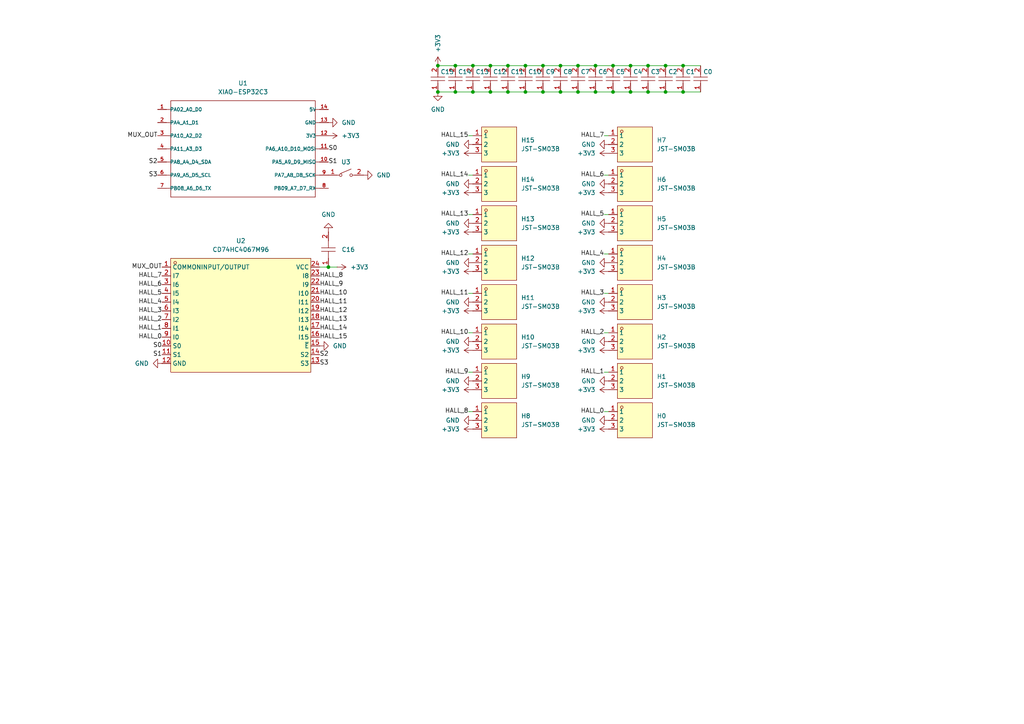
<source format=kicad_sch>
(kicad_sch (version 20231120) (generator "eeschema") (generator_version "8.0")
  (paper "A4")
  (lib_symbols
    (symbol "0_XIAO-ESP32C3:XIAO-ESP32C3" (pin_names (offset 1.016))
      (property "Reference" "U" (at -21.59 15.24 0))
      (property "Value" "XIAO-ESP32C3" (at -17.272 13.97 0))
      (symbol "XIAO-ESP32C3_0_0"
        (polyline (pts (xy -21.59 -13.97) (xy -21.59 0)) (stroke (width 0.1524)))
        (polyline (pts (xy -21.59 -11.43) (xy -22.86 -11.43)) (stroke (width 0.1524)))
        (polyline (pts (xy -21.59 -7.62) (xy -22.86 -7.62)) (stroke (width 0.1524)))
        (polyline (pts (xy -21.59 -3.81) (xy -22.86 -3.81)) (stroke (width 0.1524)))
        (polyline (pts (xy -21.59 0) (xy -22.86 0)) (stroke (width 0.1524)))
        (polyline (pts (xy -21.59 0) (xy -21.59 3.81)) (stroke (width 0.1524)))
        (polyline (pts (xy -21.59 3.81) (xy -22.86 3.81)) (stroke (width 0.1524)))
        (polyline (pts (xy -21.59 3.81) (xy -21.59 7.62)) (stroke (width 0.1524)))
        (polyline (pts (xy -21.59 7.62) (xy -22.86 7.62)) (stroke (width 0.1524)))
        (polyline (pts (xy -21.59 7.62) (xy -21.59 11.43)) (stroke (width 0.1524)))
        (polyline (pts (xy -21.59 11.43) (xy -22.86 11.43)) (stroke (width 0.1524)))
        (polyline (pts (xy -21.59 11.43) (xy -21.59 13.97)) (stroke (width 0.1524)))
        (polyline (pts (xy -21.59 13.97) (xy 20.32 13.97)) (stroke (width 0.1524)))
        (polyline (pts (xy 20.32 -13.97) (xy -21.59 -13.97)) (stroke (width 0.1524)))
        (polyline (pts (xy 20.32 3.81) (xy 20.32 -13.97)) (stroke (width 0.1524)))
        (polyline (pts (xy 20.32 7.62) (xy 20.32 3.81)) (stroke (width 0.1524)))
        (polyline (pts (xy 20.32 11.43) (xy 20.32 7.62)) (stroke (width 0.1524)))
        (polyline (pts (xy 20.32 13.97) (xy 20.32 11.43)) (stroke (width 0.1524)))
        (polyline (pts (xy 21.59 -11.43) (xy 20.32 -11.43)) (stroke (width 0.1524)))
        (polyline (pts (xy 21.59 -7.62) (xy 20.32 -7.62)) (stroke (width 0.1524)))
        (polyline (pts (xy 21.59 -3.81) (xy 20.32 -3.81)) (stroke (width 0.1524)))
        (polyline (pts (xy 21.59 0) (xy 20.32 0)) (stroke (width 0.1524)))
        (polyline (pts (xy 21.59 3.81) (xy 20.32 3.81)) (stroke (width 0.1524)))
        (polyline (pts (xy 21.59 7.62) (xy 20.32 7.62)) (stroke (width 0.1524)))
        (polyline (pts (xy 21.59 11.43) (xy 20.32 11.43)) (stroke (width 0.1524)))
        (pin bidirectional line (at -25.4 11.43 0) (length 2.54) (name "PA02_A0_D0") (number "1"))
        (pin bidirectional line (at 24.13 -3.81 180) (length 2.54) (name "PA5_A9_D9_MISO") (number "10"))
        (pin bidirectional line (at 24.13 0 180) (length 2.54) (name "PA6_A10_D10_MOSI") (number "11"))
        (pin bidirectional line (at 24.13 3.81 180) (length 2.54) (name "3V3") (number "12"))
        (pin bidirectional line (at 24.13 7.62 180) (length 2.54) (name "GND") (number "13"))
        (pin bidirectional line (at 24.13 11.43 180) (length 2.54) (name "5V") (number "14"))
        (pin bidirectional line (at -25.4 7.62 0) (length 2.54) (name "PA4_A1_D1") (number "2"))
        (pin bidirectional line (at -25.4 3.81 0) (length 2.54) (name "PA10_A2_D2") (number "3"))
        (pin bidirectional line (at -25.4 0 0) (length 2.54) (name "PA11_A3_D3") (number "4"))
        (pin bidirectional line (at -25.4 -3.81 0) (length 2.54) (name "PA8_A4_D4_SDA") (number "5"))
        (pin bidirectional line (at -25.4 -7.62 0) (length 2.54) (name "PA9_A5_D5_SCL") (number "6"))
        (pin bidirectional line (at -25.4 -11.43 0) (length 2.54) (name "PB08_A6_D6_TX") (number "7"))
        (pin bidirectional line (at 24.13 -11.43 180) (length 2.54) (name "PB09_A7_D7_RX") (number "8"))
        (pin bidirectional line (at 24.13 -7.62 180) (length 2.54) (name "PA7_A8_D8_SCK") (number "9"))
      )
    )
    (symbol "0_easyeda2kicad:2.5x3mm-BUTTON"
      (property "Reference" "U" (at 0 5.08 0))
      (symbol "2.5x3mm-BUTTON_0_1"
        (circle (center -1.52 0) (radius 0.38))
        (polyline (pts (xy -2.03 0) (xy -2.54 0)))
        (polyline (pts (xy -1.52 0.51) (xy 1.52 1.78)))
        (polyline (pts (xy 2.03 0) (xy 2.54 0)))
        (circle (center 1.52 0) (radius 0.38))
      )
      (symbol "2.5x3mm-BUTTON_1_1"
        (pin unspecified line (at -5.08 0 0) (length 2.54) (name "") (number "1"))
        (pin unspecified line (at 5.08 0 180) (length 2.54) (name "") (number "2"))
      )
    )
    (symbol "0_easyeda2kicad:C-0402-0.01uF"
      (property "Reference" "C" (at 0 5.08 0))
      (symbol "C-0402-0.01uF_0_1"
        (polyline (pts (xy -1.27 0) (xy -0.51 0)))
        (polyline (pts (xy -0.51 2.03) (xy -0.51 -2.03)))
        (polyline (pts (xy 0.51 0) (xy 1.27 0)))
        (polyline (pts (xy 0.51 2.03) (xy 0.51 -2.03)))
      )
      (symbol "C-0402-0.01uF_1_1"
        (pin input line (at -3.81 0 0) (length 2.54) (name "") (number "1"))
        (pin input line (at 3.81 0 180) (length 2.54) (name "") (number "2"))
      )
    )
    (symbol "0_easyeda2kicad:C-0402-0.1uF"
      (property "Reference" "C" (at 0 5.08 0))
      (symbol "C-0402-0.1uF_0_1"
        (polyline (pts (xy -0.51 -2.03) (xy -0.51 2.03)))
        (polyline (pts (xy -0.51 0) (xy -2.54 0)))
        (polyline (pts (xy 0.51 2.03) (xy 0.51 -2.03)))
        (polyline (pts (xy 2.54 0) (xy 0.51 0)))
      )
      (symbol "C-0402-0.1uF_1_1"
        (pin unspecified line (at -5.08 0 0) (length 2.54) (name "") (number "1"))
        (pin unspecified line (at 5.08 0 180) (length 2.54) (name "") (number "2"))
      )
    )
    (symbol "0_easyeda2kicad:CD74HC4067M96"
      (property "Reference" "U" (at 0 19.05 0))
      (property "Value" "CD74HC4067M96" (at 0 -19.05 0))
      (symbol "CD74HC4067M96_0_1"
        (rectangle (start -20.32 16.51) (end 20.32 -16.51) (fill (type background)))
        (circle (center -19.05 15.24) (radius 0.38))
        (pin unspecified line (at -22.86 13.97 0) (length 2.54) (name "COMMONINPUT/OUTPUT") (number "1"))
        (pin unspecified line (at -22.86 -8.89 0) (length 2.54) (name "S0") (number "10"))
        (pin unspecified line (at -22.86 -11.43 0) (length 2.54) (name "S1") (number "11"))
        (pin unspecified line (at -22.86 -13.97 0) (length 2.54) (name "GND") (number "12"))
        (pin unspecified line (at 22.86 -13.97 180) (length 2.54) (name "S3") (number "13"))
        (pin unspecified line (at 22.86 -11.43 180) (length 2.54) (name "S2") (number "14"))
        (pin unspecified line (at 22.86 -8.89 180) (length 2.54) (name "~{E}") (number "15"))
        (pin unspecified line (at 22.86 -6.35 180) (length 2.54) (name "I15") (number "16"))
        (pin unspecified line (at 22.86 -3.81 180) (length 2.54) (name "I14") (number "17"))
        (pin unspecified line (at 22.86 -1.27 180) (length 2.54) (name "I13") (number "18"))
        (pin unspecified line (at 22.86 1.27 180) (length 2.54) (name "I12") (number "19"))
        (pin unspecified line (at -22.86 11.43 0) (length 2.54) (name "I7") (number "2"))
        (pin unspecified line (at 22.86 3.81 180) (length 2.54) (name "I11") (number "20"))
        (pin unspecified line (at 22.86 6.35 180) (length 2.54) (name "I10") (number "21"))
        (pin unspecified line (at 22.86 8.89 180) (length 2.54) (name "I9") (number "22"))
        (pin unspecified line (at 22.86 11.43 180) (length 2.54) (name "I8") (number "23"))
        (pin unspecified line (at 22.86 13.97 180) (length 2.54) (name "VCC") (number "24"))
        (pin unspecified line (at -22.86 8.89 0) (length 2.54) (name "I6") (number "3"))
        (pin unspecified line (at -22.86 6.35 0) (length 2.54) (name "I5") (number "4"))
        (pin unspecified line (at -22.86 3.81 0) (length 2.54) (name "I4") (number "5"))
        (pin unspecified line (at -22.86 1.27 0) (length 2.54) (name "I3") (number "6"))
        (pin unspecified line (at -22.86 -1.27 0) (length 2.54) (name "I2") (number "7"))
        (pin unspecified line (at -22.86 -3.81 0) (length 2.54) (name "I1") (number "8"))
        (pin unspecified line (at -22.86 -6.35 0) (length 2.54) (name "I0") (number "9"))
      )
    )
    (symbol "0_easyeda2kicad:SM03B-SRSS-TB(LF)(SN)(P)"
      (property "Reference" "H" (at 0 12.7 0))
      (property "Value" "JST-SM03B" (at 0 -12.7 0))
      (symbol "SM03B-SRSS-TB(LF)(SN)(P)_0_1"
        (rectangle (start -2.54 5.08) (end 7.62 -5.08) (fill (type background)))
        (circle (center -1.27 3.81) (radius 0.38))
        (pin unspecified line (at -5.08 2.54 0) (length 2.54) (name "1") (number "1"))
        (pin unspecified line (at -5.08 0 0) (length 2.54) (name "2") (number "2"))
        (pin unspecified line (at -5.08 -2.54 0) (length 2.54) (name "3") (number "3"))
      )
    )
    (symbol "power:+3V3" (power) (pin_numbers hide) (pin_names (offset 0) hide)
      (property "Value" "+3V3" (at 0 3.556 0))
      (symbol "+3V3_0_1"
        (polyline (pts (xy -0.762 1.27) (xy 0 2.54)))
        (polyline (pts (xy 0 0) (xy 0 2.54)))
        (polyline (pts (xy 0 2.54) (xy 0.762 1.27)))
      )
      (symbol "+3V3_1_1"
        (pin power_in line (at 0 0 90) (length 0) (name "~") (number "1"))
      )
    )
    (symbol "power:GND" (power) (pin_numbers hide) (pin_names (offset 0) hide)
      (property "Value" "GND" (at 0 -3.81 0))
      (symbol "GND_0_1"
        (polyline (pts (xy 0 0) (xy 0 -1.27) (xy 1.27 -1.27) (xy 0 -2.54) (xy -1.27 -1.27) (xy 0 -1.27)))
      )
      (symbol "GND_1_1"
        (pin power_in line (at 0 0 270) (length 0) (name "~") (number "1"))
      )
    )
  )
  (junction (at 193.04 26.67))
  (junction (at 127 26.67))
  (junction (at 142.24 19.05))
  (junction (at 182.88 19.05))
  (junction (at 132.08 26.67))
  (junction (at 198.12 19.05))
  (junction (at 147.32 19.05))
  (junction (at 162.56 19.05))
  (junction (at 132.08 19.05))
  (junction (at 137.16 19.05))
  (junction (at 95.25 77.47))
  (junction (at 193.04 19.05))
  (junction (at 127 19.05))
  (junction (at 172.72 26.67))
  (junction (at 187.96 26.67))
  (junction (at 167.64 26.67))
  (junction (at 137.16 26.67))
  (junction (at 177.8 19.05))
  (junction (at 152.4 19.05))
  (junction (at 187.96 19.05))
  (junction (at 157.48 26.67))
  (junction (at 147.32 26.67))
  (junction (at 142.24 26.67))
  (junction (at 162.56 26.67))
  (junction (at 172.72 19.05))
  (junction (at 177.8 26.67))
  (junction (at 182.88 26.67))
  (junction (at 198.12 26.67))
  (junction (at 152.4 26.67))
  (junction (at 167.64 19.05))
  (junction (at 157.48 19.05))
  (wire (pts (xy 193.04 19.05) (xy 198.12 19.05)))
  (wire (pts (xy 127 26.67) (xy 132.08 26.67)))
  (wire (pts (xy 187.96 19.05) (xy 193.04 19.05)))
  (wire (pts (xy 175.26 50.8) (xy 176.53 50.8)))
  (wire (pts (xy 175.26 85.09) (xy 176.53 85.09)))
  (wire (pts (xy 193.04 26.67) (xy 198.12 26.67)))
  (wire (pts (xy 135.89 62.23) (xy 137.16 62.23)))
  (wire (pts (xy 127 19.05) (xy 132.08 19.05)))
  (wire (pts (xy 172.72 26.67) (xy 177.8 26.67)))
  (wire (pts (xy 142.24 19.05) (xy 147.32 19.05)))
  (wire (pts (xy 152.4 26.67) (xy 157.48 26.67)))
  (wire (pts (xy 132.08 19.05) (xy 137.16 19.05)))
  (wire (pts (xy 167.64 19.05) (xy 172.72 19.05)))
  (wire (pts (xy 135.89 96.52) (xy 137.16 96.52)))
  (wire (pts (xy 198.12 19.05) (xy 203.2 19.05)))
  (wire (pts (xy 95.25 77.47) (xy 92.71 77.47)))
  (wire (pts (xy 97.79 77.47) (xy 95.25 77.47)))
  (wire (pts (xy 175.26 119.38) (xy 176.53 119.38)))
  (wire (pts (xy 135.89 85.09) (xy 137.16 85.09)))
  (wire (pts (xy 198.12 26.67) (xy 203.2 26.67)))
  (wire (pts (xy 135.89 119.38) (xy 137.16 119.38)))
  (wire (pts (xy 162.56 26.67) (xy 167.64 26.67)))
  (wire (pts (xy 182.88 26.67) (xy 187.96 26.67)))
  (wire (pts (xy 137.16 19.05) (xy 142.24 19.05)))
  (wire (pts (xy 152.4 19.05) (xy 157.48 19.05)))
  (wire (pts (xy 182.88 19.05) (xy 187.96 19.05)))
  (wire (pts (xy 187.96 26.67) (xy 193.04 26.67)))
  (wire (pts (xy 175.26 96.52) (xy 176.53 96.52)))
  (wire (pts (xy 147.32 19.05) (xy 152.4 19.05)))
  (wire (pts (xy 175.26 73.66) (xy 176.53 73.66)))
  (wire (pts (xy 175.26 39.37) (xy 176.53 39.37)))
  (wire (pts (xy 157.48 26.67) (xy 162.56 26.67)))
  (wire (pts (xy 167.64 26.67) (xy 172.72 26.67)))
  (wire (pts (xy 132.08 26.67) (xy 137.16 26.67)))
  (wire (pts (xy 177.8 19.05) (xy 182.88 19.05)))
  (wire (pts (xy 175.26 62.23) (xy 176.53 62.23)))
  (wire (pts (xy 147.32 26.67) (xy 152.4 26.67)))
  (wire (pts (xy 157.48 19.05) (xy 162.56 19.05)))
  (wire (pts (xy 135.89 107.95) (xy 137.16 107.95)))
  (wire (pts (xy 162.56 19.05) (xy 167.64 19.05)))
  (wire (pts (xy 177.8 26.67) (xy 182.88 26.67)))
  (wire (pts (xy 172.72 19.05) (xy 177.8 19.05)))
  (wire (pts (xy 137.16 26.67) (xy 142.24 26.67)))
  (wire (pts (xy 135.89 50.8) (xy 137.16 50.8)))
  (wire (pts (xy 135.89 73.66) (xy 137.16 73.66)))
  (wire (pts (xy 175.26 107.95) (xy 176.53 107.95)))
  (wire (pts (xy 142.24 26.67) (xy 147.32 26.67)))
  (wire (pts (xy 135.89 39.37) (xy 137.16 39.37)))
  (label "S2" (at 45.72 46.99 180))
  (label "HALL_12" (at 92.71 90.17 0))
  (label "HALL_3" (at 175.26 85.09 180))
  (label "S2" (at 92.71 102.87 0))
  (label "S0" (at 46.99 100.33 180))
  (label "MUX_OUT" (at 46.99 77.47 180))
  (label "HALL_15" (at 92.71 97.79 0))
  (label "HALL_5" (at 46.99 85.09 180))
  (label "S0" (at 95.25 43.18 0))
  (label "MUX_OUT" (at 45.72 39.37 180))
  (label "HALL_2" (at 175.26 96.52 180))
  (label "HALL_9" (at 135.89 107.95 180))
  (label "HALL_3" (at 46.99 90.17 180))
  (label "HALL_8" (at 135.89 119.38 180))
  (label "HALL_14" (at 92.71 95.25 0))
  (label "HALL_6" (at 175.26 50.8 180))
  (label "HALL_10" (at 135.89 96.52 180))
  (label "S1" (at 46.99 102.87 180))
  (label "HALL_7" (at 175.26 39.37 180))
  (label "S1" (at 95.25 46.99 0))
  (label "HALL_4" (at 175.26 73.66 180))
  (label "HALL_1" (at 175.26 107.95 180))
  (label "HALL_11" (at 92.71 87.63 0))
  (label "HALL_7" (at 46.99 80.01 180))
  (label "HALL_1" (at 46.99 95.25 180))
  (label "HALL_6" (at 46.99 82.55 180))
  (label "HALL_12" (at 135.89 73.66 180))
  (label "HALL_8" (at 92.71 80.01 0))
  (label "HALL_0" (at 46.99 97.79 180))
  (label "HALL_11" (at 135.89 85.09 180))
  (label "HALL_9" (at 92.71 82.55 0))
  (label "HALL_4" (at 46.99 87.63 180))
  (label "HALL_5" (at 175.26 62.23 180))
  (label "S3" (at 45.72 50.8 180))
  (label "HALL_13" (at 135.89 62.23 180))
  (label "HALL_14" (at 135.89 50.8 180))
  (label "S3" (at 92.71 105.41 0))
  (label "HALL_13" (at 92.71 92.71 0))
  (label "HALL_15" (at 135.89 39.37 180))
  (label "HALL_2" (at 46.99 92.71 180))
  (label "HALL_0" (at 175.26 119.38 180))
  (label "HALL_10" (at 92.71 85.09 0))
  (symbol (lib_id "0_XIAO-ESP32C3:XIAO-ESP32C3") (at 71.12 43.18 0) (unit 1)
    (property "Reference" "U1" (at 70.485 24.13 0))
    (property "Value" "XIAO-ESP32C3" (at 70.485 26.67 0))
    (property "Footprint" "MOUDLE14P-SMD-2.54-21X17.8MM" (effects (hide yes)))
  )
  (symbol (lib_id "0_easyeda2kicad:C-0402-0.01uF") (at 162.56 22.86 90) (unit 1)
    (property "Reference" "C8" (at 163.322 20.828 90) (effects (justify right)))
    (property "Value" "C-0402-0.01uF" (effects (hide yes)))
    (property "Footprint" "0_easyeda2kicad:C0402" (effects (hide yes)))
    (property "Datasheet" "https://lcsc.com/product-detail/Multilayer-Ceramic-Capacitors-MLCC-SMD-SMT_SAMSUNG_CL05B103KB5NNNC_10nF-103-10-50V_C15195.html" (effects (hide yes)))
    (property "LCSC Part" "C15195" (effects (hide yes)))
  )
  (symbol (lib_id "power:GND") (at 95.25 67.31 180) (unit 1)
    (property "Reference" "#PWR040" (effects (hide yes)))
    (property "Value" "GND" (at 95.25 62.23 0))
    (property "Description" "Power symbol creates a global label with name \"GND\" , ground" (effects (hide yes)))
  )
  (symbol (lib_id "power:GND") (at 105.41 50.8 90) (unit 1)
    (property "Reference" "#PWR041" (effects (hide yes)))
    (property "Value" "GND" (at 109.22 50.7999 90) (effects (justify right)))
    (property "Description" "Power symbol creates a global label with name \"GND\" , ground" (effects (hide yes)))
  )
  (symbol (lib_id "0_easyeda2kicad:SM03B-SRSS-TB(LF)(SN)(P)") (at 142.24 99.06 0) (unit 1)
    (property "Reference" "H10" (at 151.13 97.7899 0) (effects (justify left)))
    (property "Value" "JST-SM03B" (at 151.13 100.3299 0) (effects (justify left)))
    (property "Footprint" "0_easyeda2kicad:CONN-SMD_SM03B-SRSS-TB-LF-SN-P" (effects (hide yes)))
    (property "Datasheet" "https://lcsc.com/product-detail/Others_JST-Sales-America__JST-Sales-America-SM03B-SRSS-TB-LF-SN-P_C160403.html" (effects (hide yes)))
    (property "LCSC Part" "C160403" (effects (hide yes)))
  )
  (symbol (lib_id "power:+3V3") (at 97.79 77.47 270) (unit 1)
    (property "Reference" "#PWR035" (effects (hide yes)))
    (property "Value" "+3V3" (at 101.6 77.4701 90) (effects (justify left)))
    (property "Description" "Power symbol creates a global label with name \"+3V3\"" (effects (hide yes)))
  )
  (symbol (lib_id "0_easyeda2kicad:C-0402-0.01uF") (at 142.24 22.86 90) (unit 1)
    (property "Reference" "C12" (at 143.002 20.828 90) (effects (justify right)))
    (property "Value" "C-0402-0.01uF" (effects (hide yes)))
    (property "Footprint" "0_easyeda2kicad:C0402" (effects (hide yes)))
    (property "Datasheet" "https://lcsc.com/product-detail/Multilayer-Ceramic-Capacitors-MLCC-SMD-SMT_SAMSUNG_CL05B103KB5NNNC_10nF-103-10-50V_C15195.html" (effects (hide yes)))
    (property "LCSC Part" "C15195" (effects (hide yes)))
  )
  (symbol (lib_id "0_easyeda2kicad:SM03B-SRSS-TB(LF)(SN)(P)") (at 181.61 41.91 0) (unit 1)
    (property "Reference" "H7" (at 190.5 40.6399 0) (effects (justify left)))
    (property "Value" "JST-SM03B" (at 190.5 43.1799 0) (effects (justify left)))
    (property "Footprint" "0_easyeda2kicad:CONN-SMD_SM03B-SRSS-TB-LF-SN-P" (effects (hide yes)))
    (property "Datasheet" "https://lcsc.com/product-detail/Others_JST-Sales-America__JST-Sales-America-SM03B-SRSS-TB-LF-SN-P_C160403.html" (effects (hide yes)))
    (property "LCSC Part" "C160403" (effects (hide yes)))
  )
  (symbol (lib_id "power:GND") (at 176.53 41.91 270) (unit 1)
    (property "Reference" "#PWR019" (effects (hide yes)))
    (property "Value" "GND" (at 172.72 41.9099 90) (effects (justify right)))
    (property "Description" "Power symbol creates a global label with name \"GND\" , ground" (effects (hide yes)))
  )
  (symbol (lib_id "0_easyeda2kicad:C-0402-0.01uF") (at 152.4 22.86 90) (unit 1)
    (property "Reference" "C10" (at 153.162 20.828 90) (effects (justify right)))
    (property "Value" "C-0402-0.01uF" (effects (hide yes)))
    (property "Footprint" "0_easyeda2kicad:C0402" (effects (hide yes)))
    (property "Datasheet" "https://lcsc.com/product-detail/Multilayer-Ceramic-Capacitors-MLCC-SMD-SMT_SAMSUNG_CL05B103KB5NNNC_10nF-103-10-50V_C15195.html" (effects (hide yes)))
    (property "LCSC Part" "C15195" (effects (hide yes)))
  )
  (symbol (lib_id "power:GND") (at 137.16 41.91 270) (unit 1)
    (property "Reference" "#PWR01" (effects (hide yes)))
    (property "Value" "GND" (at 133.35 41.9099 90) (effects (justify right)))
    (property "Description" "Power symbol creates a global label with name \"GND\" , ground" (effects (hide yes)))
  )
  (symbol (lib_id "0_easyeda2kicad:C-0402-0.01uF") (at 167.64 22.86 90) (unit 1)
    (property "Reference" "C7" (at 168.402 20.828 90) (effects (justify right)))
    (property "Value" "C-0402-0.01uF" (effects (hide yes)))
    (property "Footprint" "0_easyeda2kicad:C0402" (effects (hide yes)))
    (property "Datasheet" "https://lcsc.com/product-detail/Multilayer-Ceramic-Capacitors-MLCC-SMD-SMT_SAMSUNG_CL05B103KB5NNNC_10nF-103-10-50V_C15195.html" (effects (hide yes)))
    (property "LCSC Part" "C15195" (effects (hide yes)))
  )
  (symbol (lib_id "power:GND") (at 137.16 87.63 270) (unit 1)
    (property "Reference" "#PWR011" (effects (hide yes)))
    (property "Value" "GND" (at 133.35 87.6299 90) (effects (justify right)))
    (property "Description" "Power symbol creates a global label with name \"GND\" , ground" (effects (hide yes)))
  )
  (symbol (lib_id "power:GND") (at 176.53 121.92 270) (unit 1)
    (property "Reference" "#PWR033" (effects (hide yes)))
    (property "Value" "GND" (at 172.72 121.9199 90) (effects (justify right)))
    (property "Description" "Power symbol creates a global label with name \"GND\" , ground" (effects (hide yes)))
  )
  (symbol (lib_id "power:GND") (at 92.71 100.33 90) (unit 1)
    (property "Reference" "#PWR037" (effects (hide yes)))
    (property "Value" "GND" (at 96.52 100.3299 90) (effects (justify right)))
    (property "Description" "Power symbol creates a global label with name \"GND\" , ground" (effects (hide yes)))
  )
  (symbol (lib_id "power:GND") (at 137.16 110.49 270) (unit 1)
    (property "Reference" "#PWR015" (effects (hide yes)))
    (property "Value" "GND" (at 133.35 110.4899 90) (effects (justify right)))
    (property "Description" "Power symbol creates a global label with name \"GND\" , ground" (effects (hide yes)))
  )
  (symbol (lib_id "0_easyeda2kicad:SM03B-SRSS-TB(LF)(SN)(P)") (at 142.24 41.91 0) (unit 1)
    (property "Reference" "H15" (at 151.13 40.6399 0) (effects (justify left)))
    (property "Value" "JST-SM03B" (at 151.13 43.1799 0) (effects (justify left)))
    (property "Footprint" "0_easyeda2kicad:CONN-SMD_SM03B-SRSS-TB-LF-SN-P" (effects (hide yes)))
    (property "Datasheet" "https://lcsc.com/product-detail/Others_JST-Sales-America__JST-Sales-America-SM03B-SRSS-TB-LF-SN-P_C160403.html" (effects (hide yes)))
    (property "LCSC Part" "C160403" (effects (hide yes)))
  )
  (symbol (lib_id "power:+3V3") (at 176.53 101.6 90) (unit 1)
    (property "Reference" "#PWR030" (effects (hide yes)))
    (property "Value" "+3V3" (at 172.72 101.5999 90) (effects (justify left)))
    (property "Description" "Power symbol creates a global label with name \"+3V3\"" (effects (hide yes)))
  )
  (symbol (lib_id "0_easyeda2kicad:SM03B-SRSS-TB(LF)(SN)(P)") (at 142.24 110.49 0) (unit 1)
    (property "Reference" "H9" (at 151.13 109.2199 0) (effects (justify left)))
    (property "Value" "JST-SM03B" (at 151.13 111.7599 0) (effects (justify left)))
    (property "Footprint" "0_easyeda2kicad:CONN-SMD_SM03B-SRSS-TB-LF-SN-P" (effects (hide yes)))
    (property "Datasheet" "https://lcsc.com/product-detail/Others_JST-Sales-America__JST-Sales-America-SM03B-SRSS-TB-LF-SN-P_C160403.html" (effects (hide yes)))
    (property "LCSC Part" "C160403" (effects (hide yes)))
  )
  (symbol (lib_id "power:+3V3") (at 137.16 101.6 90) (unit 1)
    (property "Reference" "#PWR014" (effects (hide yes)))
    (property "Value" "+3V3" (at 133.35 101.5999 90) (effects (justify left)))
    (property "Description" "Power symbol creates a global label with name \"+3V3\"" (effects (hide yes)))
  )
  (symbol (lib_id "0_easyeda2kicad:C-0402-0.01uF") (at 193.04 22.86 90) (unit 1)
    (property "Reference" "C2" (at 193.802 20.828 90) (effects (justify right)))
    (property "Value" "C-0402-0.01uF" (effects (hide yes)))
    (property "Footprint" "0_easyeda2kicad:C0402" (effects (hide yes)))
    (property "Datasheet" "https://lcsc.com/product-detail/Multilayer-Ceramic-Capacitors-MLCC-SMD-SMT_SAMSUNG_CL05B103KB5NNNC_10nF-103-10-50V_C15195.html" (effects (hide yes)))
    (property "LCSC Part" "C15195" (effects (hide yes)))
  )
  (symbol (lib_id "0_easyeda2kicad:SM03B-SRSS-TB(LF)(SN)(P)") (at 181.61 99.06 0) (unit 1)
    (property "Reference" "H2" (at 190.5 97.7899 0) (effects (justify left)))
    (property "Value" "JST-SM03B" (at 190.5 100.3299 0) (effects (justify left)))
    (property "Footprint" "0_easyeda2kicad:CONN-SMD_SM03B-SRSS-TB-LF-SN-P" (effects (hide yes)))
    (property "Datasheet" "https://lcsc.com/product-detail/Others_JST-Sales-America__JST-Sales-America-SM03B-SRSS-TB-LF-SN-P_C160403.html" (effects (hide yes)))
    (property "LCSC Part" "C160403" (effects (hide yes)))
  )
  (symbol (lib_id "power:+3V3") (at 95.25 39.37 270) (unit 1)
    (property "Reference" "#PWR039" (effects (hide yes)))
    (property "Value" "+3V3" (at 99.06 39.3701 90) (effects (justify left)))
    (property "Description" "Power symbol creates a global label with name \"+3V3\"" (effects (hide yes)))
  )
  (symbol (lib_id "0_easyeda2kicad:SM03B-SRSS-TB(LF)(SN)(P)") (at 142.24 121.92 0) (unit 1)
    (property "Reference" "H8" (at 151.13 120.6499 0) (effects (justify left)))
    (property "Value" "JST-SM03B" (at 151.13 123.1899 0) (effects (justify left)))
    (property "Footprint" "0_easyeda2kicad:CONN-SMD_SM03B-SRSS-TB-LF-SN-P" (effects (hide yes)))
    (property "Datasheet" "https://lcsc.com/product-detail/Others_JST-Sales-America__JST-Sales-America-SM03B-SRSS-TB-LF-SN-P_C160403.html" (effects (hide yes)))
    (property "LCSC Part" "C160403" (effects (hide yes)))
  )
  (symbol (lib_id "0_easyeda2kicad:C-0402-0.01uF") (at 147.32 22.86 90) (unit 1)
    (property "Reference" "C11" (at 148.082 20.828 90) (effects (justify right)))
    (property "Value" "C-0402-0.01uF" (effects (hide yes)))
    (property "Footprint" "0_easyeda2kicad:C0402" (effects (hide yes)))
    (property "Datasheet" "https://lcsc.com/product-detail/Multilayer-Ceramic-Capacitors-MLCC-SMD-SMT_SAMSUNG_CL05B103KB5NNNC_10nF-103-10-50V_C15195.html" (effects (hide yes)))
    (property "LCSC Part" "C15195" (effects (hide yes)))
  )
  (symbol (lib_id "power:GND") (at 127 26.67 0) (unit 1)
    (property "Reference" "#PWR03" (effects (hide yes)))
    (property "Value" "GND" (at 127 31.75 0))
    (property "Description" "Power symbol creates a global label with name \"GND\" , ground" (effects (hide yes)))
  )
  (symbol (lib_id "0_easyeda2kicad:C-0402-0.01uF") (at 132.08 22.86 90) (unit 1)
    (property "Reference" "C14" (at 132.842 20.828 90) (effects (justify right)))
    (property "Value" "C-0402-0.01uF" (effects (hide yes)))
    (property "Footprint" "0_easyeda2kicad:C0402" (effects (hide yes)))
    (property "Datasheet" "https://lcsc.com/product-detail/Multilayer-Ceramic-Capacitors-MLCC-SMD-SMT_SAMSUNG_CL05B103KB5NNNC_10nF-103-10-50V_C15195.html" (effects (hide yes)))
    (property "LCSC Part" "C15195" (effects (hide yes)))
  )
  (symbol (lib_id "power:GND") (at 46.99 105.41 270) (unit 1)
    (property "Reference" "#PWR036" (effects (hide yes)))
    (property "Value" "GND" (at 43.18 105.4099 90) (effects (justify right)))
    (property "Description" "Power symbol creates a global label with name \"GND\" , ground" (effects (hide yes)))
  )
  (symbol (lib_id "power:+3V3") (at 137.16 78.74 90) (unit 1)
    (property "Reference" "#PWR010" (effects (hide yes)))
    (property "Value" "+3V3" (at 133.35 78.7399 90) (effects (justify left)))
    (property "Description" "Power symbol creates a global label with name \"+3V3\"" (effects (hide yes)))
  )
  (symbol (lib_id "0_easyeda2kicad:C-0402-0.01uF") (at 127 22.86 90) (unit 1)
    (property "Reference" "C15" (at 127.762 20.828 90) (effects (justify right)))
    (property "Value" "C-0402-0.01uF" (effects (hide yes)))
    (property "Footprint" "0_easyeda2kicad:C0402" (effects (hide yes)))
    (property "Datasheet" "https://lcsc.com/product-detail/Multilayer-Ceramic-Capacitors-MLCC-SMD-SMT_SAMSUNG_CL05B103KB5NNNC_10nF-103-10-50V_C15195.html" (effects (hide yes)))
    (property "LCSC Part" "C15195" (effects (hide yes)))
  )
  (symbol (lib_id "0_easyeda2kicad:C-0402-0.1uF") (at 95.25 72.39 90) (unit 1)
    (property "Reference" "C16" (at 99.06 72.3899 90) (effects (justify right)))
    (property "Value" "C-0402-0.1uF" (effects (hide yes)))
    (property "Footprint" "0_easyeda2kicad:C0402" (effects (hide yes)))
    (property "LCSC Part" "C960916" (effects (hide yes)))
  )
  (symbol (lib_id "0_easyeda2kicad:SM03B-SRSS-TB(LF)(SN)(P)") (at 142.24 53.34 0) (unit 1)
    (property "Reference" "H14" (at 151.13 52.0699 0) (effects (justify left)))
    (property "Value" "JST-SM03B" (at 151.13 54.6099 0) (effects (justify left)))
    (property "Footprint" "0_easyeda2kicad:CONN-SMD_SM03B-SRSS-TB-LF-SN-P" (effects (hide yes)))
    (property "Datasheet" "https://lcsc.com/product-detail/Others_JST-Sales-America__JST-Sales-America-SM03B-SRSS-TB-LF-SN-P_C160403.html" (effects (hide yes)))
    (property "LCSC Part" "C160403" (effects (hide yes)))
  )
  (symbol (lib_id "power:GND") (at 176.53 87.63 270) (unit 1)
    (property "Reference" "#PWR027" (effects (hide yes)))
    (property "Value" "GND" (at 172.72 87.6299 90) (effects (justify right)))
    (property "Description" "Power symbol creates a global label with name \"GND\" , ground" (effects (hide yes)))
  )
  (symbol (lib_id "power:GND") (at 137.16 53.34 270) (unit 1)
    (property "Reference" "#PWR05" (effects (hide yes)))
    (property "Value" "GND" (at 133.35 53.3399 90) (effects (justify right)))
    (property "Description" "Power symbol creates a global label with name \"GND\" , ground" (effects (hide yes)))
  )
  (symbol (lib_id "power:+3V3") (at 137.16 67.31 90) (unit 1)
    (property "Reference" "#PWR08" (effects (hide yes)))
    (property "Value" "+3V3" (at 133.35 67.3099 90) (effects (justify left)))
    (property "Description" "Power symbol creates a global label with name \"+3V3\"" (effects (hide yes)))
  )
  (symbol (lib_id "power:+3V3") (at 137.16 90.17 90) (unit 1)
    (property "Reference" "#PWR012" (effects (hide yes)))
    (property "Value" "+3V3" (at 133.35 90.1699 90) (effects (justify left)))
    (property "Description" "Power symbol creates a global label with name \"+3V3\"" (effects (hide yes)))
  )
  (symbol (lib_id "0_easyeda2kicad:C-0402-0.01uF") (at 203.2 22.86 90) (unit 1)
    (property "Reference" "C0" (at 203.962 20.828 90) (effects (justify right)))
    (property "Value" "C-0402-0.01uF" (effects (hide yes)))
    (property "Footprint" "0_easyeda2kicad:C0402" (effects (hide yes)))
    (property "Datasheet" "https://lcsc.com/product-detail/Multilayer-Ceramic-Capacitors-MLCC-SMD-SMT_SAMSUNG_CL05B103KB5NNNC_10nF-103-10-50V_C15195.html" (effects (hide yes)))
    (property "LCSC Part" "C15195" (effects (hide yes)))
  )
  (symbol (lib_id "0_easyeda2kicad:C-0402-0.01uF") (at 137.16 22.86 90) (unit 1)
    (property "Reference" "C13" (at 137.922 20.828 90) (effects (justify right)))
    (property "Value" "C-0402-0.01uF" (effects (hide yes)))
    (property "Footprint" "0_easyeda2kicad:C0402" (effects (hide yes)))
    (property "Datasheet" "https://lcsc.com/product-detail/Multilayer-Ceramic-Capacitors-MLCC-SMD-SMT_SAMSUNG_CL05B103KB5NNNC_10nF-103-10-50V_C15195.html" (effects (hide yes)))
    (property "LCSC Part" "C15195" (effects (hide yes)))
  )
  (symbol (lib_id "0_easyeda2kicad:C-0402-0.01uF") (at 187.96 22.86 90) (unit 1)
    (property "Reference" "C3" (at 188.722 20.828 90) (effects (justify right)))
    (property "Value" "C-0402-0.01uF" (effects (hide yes)))
    (property "Footprint" "0_easyeda2kicad:C0402" (effects (hide yes)))
    (property "Datasheet" "https://lcsc.com/product-detail/Multilayer-Ceramic-Capacitors-MLCC-SMD-SMT_SAMSUNG_CL05B103KB5NNNC_10nF-103-10-50V_C15195.html" (effects (hide yes)))
    (property "LCSC Part" "C15195" (effects (hide yes)))
  )
  (symbol (lib_id "0_easyeda2kicad:SM03B-SRSS-TB(LF)(SN)(P)") (at 142.24 76.2 0) (unit 1)
    (property "Reference" "H12" (at 151.13 74.9299 0) (effects (justify left)))
    (property "Value" "JST-SM03B" (at 151.13 77.4699 0) (effects (justify left)))
    (property "Footprint" "0_easyeda2kicad:CONN-SMD_SM03B-SRSS-TB-LF-SN-P" (effects (hide yes)))
    (property "Datasheet" "https://lcsc.com/product-detail/Others_JST-Sales-America__JST-Sales-America-SM03B-SRSS-TB-LF-SN-P_C160403.html" (effects (hide yes)))
    (property "LCSC Part" "C160403" (effects (hide yes)))
  )
  (symbol (lib_id "0_easyeda2kicad:SM03B-SRSS-TB(LF)(SN)(P)") (at 142.24 87.63 0) (unit 1)
    (property "Reference" "H11" (at 151.13 86.3599 0) (effects (justify left)))
    (property "Value" "JST-SM03B" (at 151.13 88.8999 0) (effects (justify left)))
    (property "Footprint" "0_easyeda2kicad:CONN-SMD_SM03B-SRSS-TB-LF-SN-P" (effects (hide yes)))
    (property "Datasheet" "https://lcsc.com/product-detail/Others_JST-Sales-America__JST-Sales-America-SM03B-SRSS-TB-LF-SN-P_C160403.html" (effects (hide yes)))
    (property "LCSC Part" "C160403" (effects (hide yes)))
  )
  (symbol (lib_id "power:+3V3") (at 137.16 44.45 90) (unit 1)
    (property "Reference" "#PWR02" (effects (hide yes)))
    (property "Value" "+3V3" (at 133.35 44.4499 90) (effects (justify left)))
    (property "Description" "Power symbol creates a global label with name \"+3V3\"" (effects (hide yes)))
  )
  (symbol (lib_id "0_easyeda2kicad:C-0402-0.01uF") (at 182.88 22.86 90) (unit 1)
    (property "Reference" "C4" (at 183.642 20.828 90) (effects (justify right)))
    (property "Value" "C-0402-0.01uF" (effects (hide yes)))
    (property "Footprint" "0_easyeda2kicad:C0402" (effects (hide yes)))
    (property "Datasheet" "https://lcsc.com/product-detail/Multilayer-Ceramic-Capacitors-MLCC-SMD-SMT_SAMSUNG_CL05B103KB5NNNC_10nF-103-10-50V_C15195.html" (effects (hide yes)))
    (property "LCSC Part" "C15195" (effects (hide yes)))
  )
  (symbol (lib_id "0_easyeda2kicad:CD74HC4067M96") (at 69.85 91.44 0) (unit 1)
    (property "Reference" "U2" (at 69.85 69.85 0))
    (property "Value" "CD74HC4067M96" (at 69.85 72.39 0))
    (property "Footprint" "0_easyeda2kicad:SOIC-24_L15.4-W7.5-P1.27-LS10.3-BL" (effects (hide yes)))
    (property "Datasheet" "https://lcsc.com/product-detail/New-Arrivals_Texas-Instruments-Texas-Instruments-CD74HC4067M96_C496123.html" (effects (hide yes)))
    (property "LCSC Part" "C496123" (effects (hide yes)))
  )
  (symbol (lib_id "power:GND") (at 137.16 76.2 270) (unit 1)
    (property "Reference" "#PWR09" (effects (hide yes)))
    (property "Value" "GND" (at 133.35 76.1999 90) (effects (justify right)))
    (property "Description" "Power symbol creates a global label with name \"GND\" , ground" (effects (hide yes)))
  )
  (symbol (lib_id "power:+3V3") (at 176.53 44.45 90) (unit 1)
    (property "Reference" "#PWR020" (effects (hide yes)))
    (property "Value" "+3V3" (at 172.72 44.4499 90) (effects (justify left)))
    (property "Description" "Power symbol creates a global label with name \"+3V3\"" (effects (hide yes)))
  )
  (symbol (lib_id "0_easyeda2kicad:C-0402-0.01uF") (at 157.48 22.86 90) (unit 1)
    (property "Reference" "C9" (at 158.242 20.828 90) (effects (justify right)))
    (property "Value" "C-0402-0.01uF" (effects (hide yes)))
    (property "Footprint" "0_easyeda2kicad:C0402" (effects (hide yes)))
    (property "Datasheet" "https://lcsc.com/product-detail/Multilayer-Ceramic-Capacitors-MLCC-SMD-SMT_SAMSUNG_CL05B103KB5NNNC_10nF-103-10-50V_C15195.html" (effects (hide yes)))
    (property "LCSC Part" "C15195" (effects (hide yes)))
  )
  (symbol (lib_id "0_easyeda2kicad:SM03B-SRSS-TB(LF)(SN)(P)") (at 142.24 64.77 0) (unit 1)
    (property "Reference" "H13" (at 151.13 63.4999 0) (effects (justify left)))
    (property "Value" "JST-SM03B" (at 151.13 66.0399 0) (effects (justify left)))
    (property "Footprint" "0_easyeda2kicad:CONN-SMD_SM03B-SRSS-TB-LF-SN-P" (effects (hide yes)))
    (property "Datasheet" "https://lcsc.com/product-detail/Others_JST-Sales-America__JST-Sales-America-SM03B-SRSS-TB-LF-SN-P_C160403.html" (effects (hide yes)))
    (property "LCSC Part" "C160403" (effects (hide yes)))
  )
  (symbol (lib_id "power:+3V3") (at 137.16 124.46 90) (unit 1)
    (property "Reference" "#PWR018" (effects (hide yes)))
    (property "Value" "+3V3" (at 133.35 124.4599 90) (effects (justify left)))
    (property "Description" "Power symbol creates a global label with name \"+3V3\"" (effects (hide yes)))
  )
  (symbol (lib_id "power:GND") (at 176.53 99.06 270) (unit 1)
    (property "Reference" "#PWR029" (effects (hide yes)))
    (property "Value" "GND" (at 172.72 99.0599 90) (effects (justify right)))
    (property "Description" "Power symbol creates a global label with name \"GND\" , ground" (effects (hide yes)))
  )
  (symbol (lib_id "0_easyeda2kicad:C-0402-0.01uF") (at 177.8 22.86 90) (unit 1)
    (property "Reference" "C5" (at 178.562 20.828 90) (effects (justify right)))
    (property "Value" "C-0402-0.01uF" (effects (hide yes)))
    (property "Footprint" "0_easyeda2kicad:C0402" (effects (hide yes)))
    (property "Datasheet" "https://lcsc.com/product-detail/Multilayer-Ceramic-Capacitors-MLCC-SMD-SMT_SAMSUNG_CL05B103KB5NNNC_10nF-103-10-50V_C15195.html" (effects (hide yes)))
    (property "LCSC Part" "C15195" (effects (hide yes)))
  )
  (symbol (lib_id "power:+3V3") (at 127 19.05 0) (unit 1)
    (property "Reference" "#PWR04" (effects (hide yes)))
    (property "Value" "+3V3" (at 127.0001 15.24 90) (effects (justify left)))
    (property "Description" "Power symbol creates a global label with name \"+3V3\"" (effects (hide yes)))
  )
  (symbol (lib_id "power:GND") (at 137.16 64.77 270) (unit 1)
    (property "Reference" "#PWR07" (effects (hide yes)))
    (property "Value" "GND" (at 133.35 64.7699 90) (effects (justify right)))
    (property "Description" "Power symbol creates a global label with name \"GND\" , ground" (effects (hide yes)))
  )
  (symbol (lib_id "0_easyeda2kicad:SM03B-SRSS-TB(LF)(SN)(P)") (at 181.61 53.34 0) (unit 1)
    (property "Reference" "H6" (at 190.5 52.0699 0) (effects (justify left)))
    (property "Value" "JST-SM03B" (at 190.5 54.6099 0) (effects (justify left)))
    (property "Footprint" "0_easyeda2kicad:CONN-SMD_SM03B-SRSS-TB-LF-SN-P" (effects (hide yes)))
    (property "Datasheet" "https://lcsc.com/product-detail/Others_JST-Sales-America__JST-Sales-America-SM03B-SRSS-TB-LF-SN-P_C160403.html" (effects (hide yes)))
    (property "LCSC Part" "C160403" (effects (hide yes)))
  )
  (symbol (lib_id "power:GND") (at 176.53 53.34 270) (unit 1)
    (property "Reference" "#PWR021" (effects (hide yes)))
    (property "Value" "GND" (at 172.72 53.3399 90) (effects (justify right)))
    (property "Description" "Power symbol creates a global label with name \"GND\" , ground" (effects (hide yes)))
  )
  (symbol (lib_id "power:+3V3") (at 137.16 55.88 90) (unit 1)
    (property "Reference" "#PWR06" (effects (hide yes)))
    (property "Value" "+3V3" (at 133.35 55.8799 90) (effects (justify left)))
    (property "Description" "Power symbol creates a global label with name \"+3V3\"" (effects (hide yes)))
  )
  (symbol (lib_id "power:GND") (at 176.53 110.49 270) (unit 1)
    (property "Reference" "#PWR031" (effects (hide yes)))
    (property "Value" "GND" (at 172.72 110.4899 90) (effects (justify right)))
    (property "Description" "Power symbol creates a global label with name \"GND\" , ground" (effects (hide yes)))
  )
  (symbol (lib_id "power:+3V3") (at 176.53 67.31 90) (unit 1)
    (property "Reference" "#PWR024" (effects (hide yes)))
    (property "Value" "+3V3" (at 172.72 67.3099 90) (effects (justify left)))
    (property "Description" "Power symbol creates a global label with name \"+3V3\"" (effects (hide yes)))
  )
  (symbol (lib_id "power:GND") (at 176.53 64.77 270) (unit 1)
    (property "Reference" "#PWR023" (effects (hide yes)))
    (property "Value" "GND" (at 172.72 64.7699 90) (effects (justify right)))
    (property "Description" "Power symbol creates a global label with name \"GND\" , ground" (effects (hide yes)))
  )
  (symbol (lib_id "power:GND") (at 137.16 121.92 270) (unit 1)
    (property "Reference" "#PWR017" (effects (hide yes)))
    (property "Value" "GND" (at 133.35 121.9199 90) (effects (justify right)))
    (property "Description" "Power symbol creates a global label with name \"GND\" , ground" (effects (hide yes)))
  )
  (symbol (lib_id "0_easyeda2kicad:SM03B-SRSS-TB(LF)(SN)(P)") (at 181.61 87.63 0) (unit 1)
    (property "Reference" "H3" (at 190.5 86.3599 0) (effects (justify left)))
    (property "Value" "JST-SM03B" (at 190.5 88.8999 0) (effects (justify left)))
    (property "Footprint" "0_easyeda2kicad:CONN-SMD_SM03B-SRSS-TB-LF-SN-P" (effects (hide yes)))
    (property "Datasheet" "https://lcsc.com/product-detail/Others_JST-Sales-America__JST-Sales-America-SM03B-SRSS-TB-LF-SN-P_C160403.html" (effects (hide yes)))
    (property "LCSC Part" "C160403" (effects (hide yes)))
  )
  (symbol (lib_id "0_easyeda2kicad:2.5x3mm-BUTTON") (at 100.33 50.8 0) (unit 1)
    (property "Reference" "U3" (at 100.33 46.99 0))
    (property "Value" "2.5x3mm-BUTTON" (effects (hide yes)))
    (property "Footprint" "0_easyeda2kicad:KEY-SMD_L3.0-W2.5-LS4.0_TD-1183SN" (effects (hide yes)))
    (property "LCSC Part" "C2905193" (effects (hide yes)))
  )
  (symbol (lib_id "power:+3V3") (at 137.16 113.03 90) (unit 1)
    (property "Reference" "#PWR016" (effects (hide yes)))
    (property "Value" "+3V3" (at 133.35 113.0299 90) (effects (justify left)))
    (property "Description" "Power symbol creates a global label with name \"+3V3\"" (effects (hide yes)))
  )
  (symbol (lib_id "power:GND") (at 137.16 99.06 270) (unit 1)
    (property "Reference" "#PWR013" (effects (hide yes)))
    (property "Value" "GND" (at 133.35 99.0599 90) (effects (justify right)))
    (property "Description" "Power symbol creates a global label with name \"GND\" , ground" (effects (hide yes)))
  )
  (symbol (lib_id "power:+3V3") (at 176.53 78.74 90) (unit 1)
    (property "Reference" "#PWR026" (effects (hide yes)))
    (property "Value" "+3V3" (at 172.72 78.7399 90) (effects (justify left)))
    (property "Description" "Power symbol creates a global label with name \"+3V3\"" (effects (hide yes)))
  )
  (symbol (lib_id "power:GND") (at 176.53 76.2 270) (unit 1)
    (property "Reference" "#PWR025" (effects (hide yes)))
    (property "Value" "GND" (at 172.72 76.1999 90) (effects (justify right)))
    (property "Description" "Power symbol creates a global label with name \"GND\" , ground" (effects (hide yes)))
  )
  (symbol (lib_id "0_easyeda2kicad:C-0402-0.01uF") (at 172.72 22.86 90) (unit 1)
    (property "Reference" "C6" (at 173.482 20.828 90) (effects (justify right)))
    (property "Value" "C-0402-0.01uF" (effects (hide yes)))
    (property "Footprint" "0_easyeda2kicad:C0402" (effects (hide yes)))
    (property "Datasheet" "https://lcsc.com/product-detail/Multilayer-Ceramic-Capacitors-MLCC-SMD-SMT_SAMSUNG_CL05B103KB5NNNC_10nF-103-10-50V_C15195.html" (effects (hide yes)))
    (property "LCSC Part" "C15195" (effects (hide yes)))
  )
  (symbol (lib_id "power:+3V3") (at 176.53 55.88 90) (unit 1)
    (property "Reference" "#PWR022" (effects (hide yes)))
    (property "Value" "+3V3" (at 172.72 55.8799 90) (effects (justify left)))
    (property "Description" "Power symbol creates a global label with name \"+3V3\"" (effects (hide yes)))
  )
  (symbol (lib_id "0_easyeda2kicad:SM03B-SRSS-TB(LF)(SN)(P)") (at 181.61 64.77 0) (unit 1)
    (property "Reference" "H5" (at 190.5 63.4999 0) (effects (justify left)))
    (property "Value" "JST-SM03B" (at 190.5 66.0399 0) (effects (justify left)))
    (property "Footprint" "0_easyeda2kicad:CONN-SMD_SM03B-SRSS-TB-LF-SN-P" (effects (hide yes)))
    (property "Datasheet" "https://lcsc.com/product-detail/Others_JST-Sales-America__JST-Sales-America-SM03B-SRSS-TB-LF-SN-P_C160403.html" (effects (hide yes)))
    (property "LCSC Part" "C160403" (effects (hide yes)))
  )
  (symbol (lib_id "power:+3V3") (at 176.53 90.17 90) (unit 1)
    (property "Reference" "#PWR028" (effects (hide yes)))
    (property "Value" "+3V3" (at 172.72 90.1699 90) (effects (justify left)))
    (property "Description" "Power symbol creates a global label with name \"+3V3\"" (effects (hide yes)))
  )
  (symbol (lib_id "0_easyeda2kicad:SM03B-SRSS-TB(LF)(SN)(P)") (at 181.61 121.92 0) (unit 1)
    (property "Reference" "H0" (at 190.5 120.6499 0) (effects (justify left)))
    (property "Value" "JST-SM03B" (at 190.5 123.1899 0) (effects (justify left)))
    (property "Footprint" "0_easyeda2kicad:CONN-SMD_SM03B-SRSS-TB-LF-SN-P" (effects (hide yes)))
    (property "Datasheet" "https://lcsc.com/product-detail/Others_JST-Sales-America__JST-Sales-America-SM03B-SRSS-TB-LF-SN-P_C160403.html" (effects (hide yes)))
    (property "LCSC Part" "C160403" (effects (hide yes)))
  )
  (symbol (lib_id "0_easyeda2kicad:SM03B-SRSS-TB(LF)(SN)(P)") (at 181.61 110.49 0) (unit 1)
    (property "Reference" "H1" (at 190.5 109.2199 0) (effects (justify left)))
    (property "Value" "JST-SM03B" (at 190.5 111.7599 0) (effects (justify left)))
    (property "Footprint" "0_easyeda2kicad:CONN-SMD_SM03B-SRSS-TB-LF-SN-P" (effects (hide yes)))
    (property "Datasheet" "https://lcsc.com/product-detail/Others_JST-Sales-America__JST-Sales-America-SM03B-SRSS-TB-LF-SN-P_C160403.html" (effects (hide yes)))
    (property "LCSC Part" "C160403" (effects (hide yes)))
  )
  (symbol (lib_id "power:+3V3") (at 176.53 113.03 90) (unit 1)
    (property "Reference" "#PWR032" (effects (hide yes)))
    (property "Value" "+3V3" (at 172.72 113.0299 90) (effects (justify left)))
    (property "Description" "Power symbol creates a global label with name \"+3V3\"" (effects (hide yes)))
  )
  (symbol (lib_id "0_easyeda2kicad:C-0402-0.01uF") (at 198.12 22.86 90) (unit 1)
    (property "Reference" "C1" (at 198.882 20.828 90) (effects (justify right)))
    (property "Value" "C-0402-0.01uF" (effects (hide yes)))
    (property "Footprint" "0_easyeda2kicad:C0402" (effects (hide yes)))
    (property "Datasheet" "https://lcsc.com/product-detail/Multilayer-Ceramic-Capacitors-MLCC-SMD-SMT_SAMSUNG_CL05B103KB5NNNC_10nF-103-10-50V_C15195.html" (effects (hide yes)))
    (property "LCSC Part" "C15195" (effects (hide yes)))
  )
  (symbol (lib_id "0_easyeda2kicad:SM03B-SRSS-TB(LF)(SN)(P)") (at 181.61 76.2 0) (unit 1)
    (property "Reference" "H4" (at 190.5 74.9299 0) (effects (justify left)))
    (property "Value" "JST-SM03B" (at 190.5 77.4699 0) (effects (justify left)))
    (property "Footprint" "0_easyeda2kicad:CONN-SMD_SM03B-SRSS-TB-LF-SN-P" (effects (hide yes)))
    (property "Datasheet" "https://lcsc.com/product-detail/Others_JST-Sales-America__JST-Sales-America-SM03B-SRSS-TB-LF-SN-P_C160403.html" (effects (hide yes)))
    (property "LCSC Part" "C160403" (effects (hide yes)))
  )
  (symbol (lib_id "power:GND") (at 95.25 35.56 90) (unit 1)
    (property "Reference" "#PWR038" (effects (hide yes)))
    (property "Value" "GND" (at 99.06 35.5599 90) (effects (justify right)))
    (property "Description" "Power symbol creates a global label with name \"GND\" , ground" (effects (hide yes)))
  )
  (symbol (lib_id "power:+3V3") (at 176.53 124.46 90) (unit 1)
    (property "Reference" "#PWR034" (effects (hide yes)))
    (property "Value" "+3V3" (at 172.72 124.4599 90) (effects (justify left)))
    (property "Description" "Power symbol creates a global label with name \"+3V3\"" (effects (hide yes)))
  )
)
</source>
